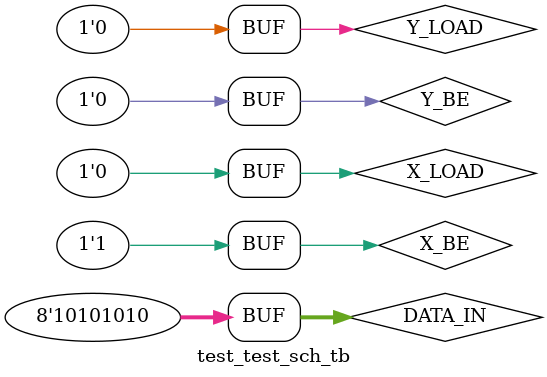
<source format=v>

`timescale 1ns / 1ps

module test_test_sch_tb();

// Inputs
   reg X_LOAD;
   reg X_BE;
	reg Y_LOAD;
   reg Y_BE;
   reg [7:0] DATA_IN;

// Output
   wire [7:0] DATA_OUT;

// Bidirs

// Instantiate the UUT
   test UUT (
		.X_LOAD(X_LOAD), 
		.X_BE(X_BE),
		.Y_LOAD(Y_LOAD), 
		.Y_BE(Y_BE), 		
		.DATA_IN(DATA_IN), 
		.DATA_OUT(DATA_OUT)
   );
// Initialize Inputs

   initial begin
		X_LOAD = 0;
		X_BE = 0;
		Y_LOAD = 0;
		Y_BE = 0;
		DATA_IN = 0;
		
		#1;
		X_LOAD = 1;
		#1;
		X_LOAD = 0;
		#1;
		X_BE = 1;
		#1;
		X_BE = 0;
		#1;
		
		DATA_IN = 8'hAA;
		#1;
		X_LOAD = 1;
		#1;
		X_LOAD = 0;
		#1;
		X_BE = 1;

   end
	
endmodule

</source>
